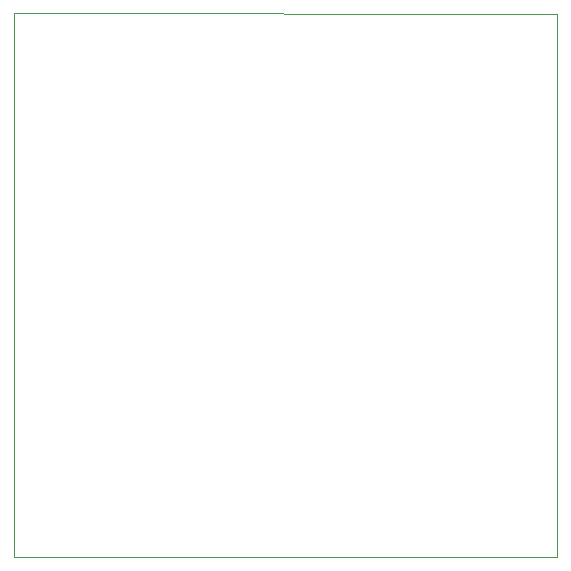
<source format=gbr>
G04 #@! TF.GenerationSoftware,KiCad,Pcbnew,5.0.2-bee76a0~70~ubuntu18.04.1*
G04 #@! TF.CreationDate,2019-11-19T20:55:50-08:00*
G04 #@! TF.ProjectId,A3P250_Dev_Board,41335032-3530-45f4-9465-765f426f6172,rev?*
G04 #@! TF.SameCoordinates,Original*
G04 #@! TF.FileFunction,Profile,NP*
%FSLAX46Y46*%
G04 Gerber Fmt 4.6, Leading zero omitted, Abs format (unit mm)*
G04 Created by KiCad (PCBNEW 5.0.2-bee76a0~70~ubuntu18.04.1) date Tue 19 Nov 2019 08:55:50 PM PST*
%MOMM*%
%LPD*%
G01*
G04 APERTURE LIST*
%ADD10C,0.050000*%
G04 APERTURE END LIST*
D10*
X100888800Y-132257800D02*
X100863400Y-86258400D01*
X146862800Y-132283200D02*
X100888800Y-132257800D01*
X146862800Y-86283800D02*
X146862800Y-132283200D01*
X100863400Y-86258400D02*
X146862800Y-86283800D01*
M02*

</source>
